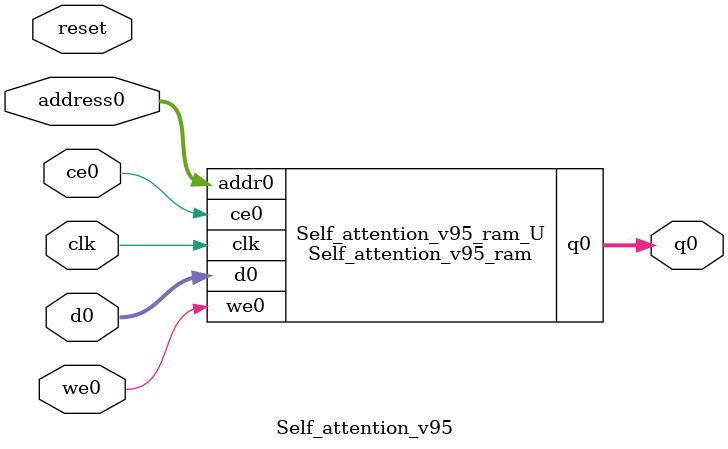
<source format=v>
`timescale 1 ns / 1 ps
module Self_attention_v95_ram (addr0, ce0, d0, we0, q0,  clk);

parameter DWIDTH = 32;
parameter AWIDTH = 8;
parameter MEM_SIZE = 144;

input[AWIDTH-1:0] addr0;
input ce0;
input[DWIDTH-1:0] d0;
input we0;
output reg[DWIDTH-1:0] q0;
input clk;

(* ram_style = "block" *)reg [DWIDTH-1:0] ram[0:MEM_SIZE-1];




always @(posedge clk)  
begin 
    if (ce0) begin
        if (we0) 
            ram[addr0] <= d0; 
        q0 <= ram[addr0];
    end
end


endmodule

`timescale 1 ns / 1 ps
module Self_attention_v95(
    reset,
    clk,
    address0,
    ce0,
    we0,
    d0,
    q0);

parameter DataWidth = 32'd32;
parameter AddressRange = 32'd144;
parameter AddressWidth = 32'd8;
input reset;
input clk;
input[AddressWidth - 1:0] address0;
input ce0;
input we0;
input[DataWidth - 1:0] d0;
output[DataWidth - 1:0] q0;



Self_attention_v95_ram Self_attention_v95_ram_U(
    .clk( clk ),
    .addr0( address0 ),
    .ce0( ce0 ),
    .we0( we0 ),
    .d0( d0 ),
    .q0( q0 ));

endmodule


</source>
